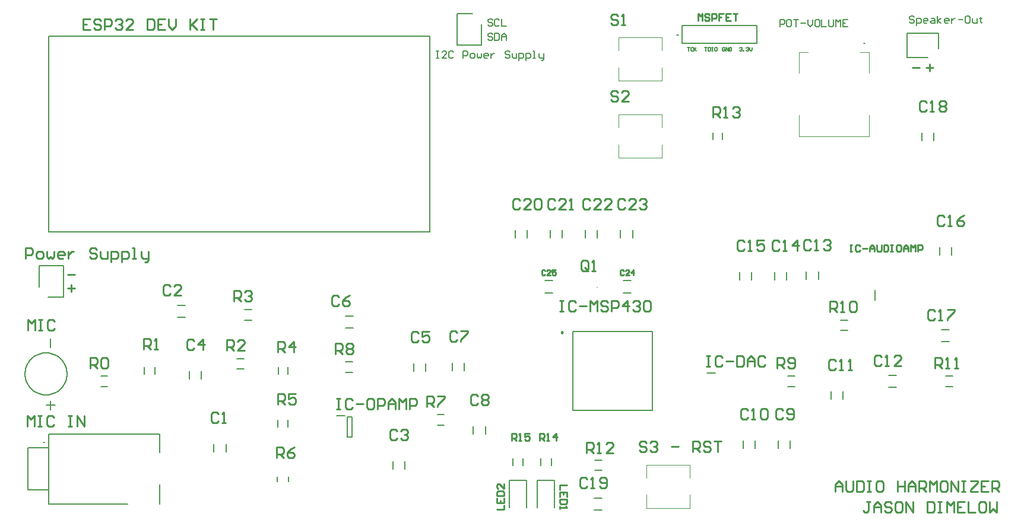
<source format=gto>
G04*
G04 #@! TF.GenerationSoftware,Altium Limited,Altium Designer,21.7.2 (23)*
G04*
G04 Layer_Color=65535*
%FSLAX25Y25*%
%MOIN*%
G70*
G04*
G04 #@! TF.SameCoordinates,5EADC6DB-F1F9-4870-979B-081E39BDB051*
G04*
G04*
G04 #@! TF.FilePolarity,Positive*
G04*
G01*
G75*
%ADD10C,0.00394*%
%ADD11C,0.00500*%
%ADD12C,0.00787*%
%ADD13C,0.00984*%
%ADD14C,0.01000*%
%ADD15C,0.00591*%
D10*
X324213Y131890D02*
X323819D01*
X324213D01*
X360421Y247642D02*
Y255118D01*
X336020Y247642D02*
X360421D01*
X336020D02*
Y255118D01*
X360421Y264567D02*
Y272043D01*
X336020D02*
X360421D01*
X336020Y264567D02*
Y272043D01*
X360421Y204335D02*
Y211811D01*
X336020Y204335D02*
X360421D01*
X336020D02*
Y211811D01*
X360421Y221260D02*
Y228736D01*
X336020D02*
X360421D01*
X336020Y221260D02*
Y228736D01*
X376169Y7484D02*
Y14961D01*
X351768Y7484D02*
X376169D01*
X351768D02*
Y14961D01*
X376169Y24409D02*
Y31886D01*
X351768D02*
X376169D01*
X351768Y24409D02*
Y31886D01*
X471850Y263779D02*
X476772D01*
X471850D02*
X476772D01*
X437402D02*
X442323D01*
X437402D02*
X442323D01*
X437402Y216535D02*
X476772D01*
X437402D02*
X476772D01*
Y251969D02*
Y263779D01*
Y251969D02*
Y263779D01*
X437402Y251969D02*
Y263779D01*
Y251969D02*
Y263779D01*
Y216535D02*
Y228346D01*
Y216535D02*
Y228346D01*
X476772Y216535D02*
Y228346D01*
Y216535D02*
Y228346D01*
D11*
X26378Y82874D02*
X26335Y83876D01*
X26208Y84870D01*
X25997Y85850D01*
X25703Y86809D01*
X25330Y87739D01*
X24878Y88634D01*
X24352Y89488D01*
X23756Y90294D01*
X23094Y91047D01*
X22370Y91740D01*
X21590Y92370D01*
X20760Y92931D01*
X19884Y93420D01*
X18971Y93833D01*
X18025Y94167D01*
X17055Y94420D01*
X16067Y94589D01*
X15068Y94674D01*
X14066D01*
X13067Y94589D01*
X12079Y94420D01*
X11108Y94167D01*
X10163Y93833D01*
X9250Y93420D01*
X8374Y92931D01*
X7544Y92370D01*
X6764Y91740D01*
X6040Y91047D01*
X5378Y90294D01*
X4781Y89488D01*
X4256Y88634D01*
X3804Y87739D01*
X3431Y86809D01*
X3137Y85850D01*
X2926Y84870D01*
X2798Y83876D01*
X2756Y82874D01*
X2798Y81872D01*
X2926Y80878D01*
X3137Y79898D01*
X3431Y78939D01*
X3804Y78009D01*
X4256Y77114D01*
X4781Y76260D01*
X5378Y75454D01*
X6040Y74701D01*
X6764Y74008D01*
X7544Y73378D01*
X8374Y72817D01*
X9250Y72328D01*
X10163Y71915D01*
X11108Y71581D01*
X12079Y71328D01*
X13067Y71159D01*
X14066Y71074D01*
X15068D01*
X16067Y71159D01*
X17055Y71328D01*
X18025Y71581D01*
X18971Y71915D01*
X19884Y72328D01*
X20760Y72817D01*
X21590Y73378D01*
X22370Y74008D01*
X23094Y74701D01*
X23756Y75454D01*
X24352Y76260D01*
X24878Y77114D01*
X25330Y78009D01*
X25703Y78939D01*
X25997Y79898D01*
X26208Y80878D01*
X26335Y81872D01*
X26378Y82874D01*
X230118Y162795D02*
Y272638D01*
X15945D02*
X230118D01*
X15945Y162795D02*
Y272638D01*
Y162795D02*
X230118D01*
X17067Y62874D02*
Y67874D01*
X14567Y65374D02*
X19567D01*
X17067Y97874D02*
Y102874D01*
X371654Y268622D02*
Y278622D01*
Y268622D02*
X413622D01*
Y278622D01*
X371654D02*
X413622D01*
X16142Y49213D02*
X78347D01*
Y38780D02*
Y49213D01*
X16142Y41339D02*
Y49213D01*
Y17717D02*
Y41339D01*
Y9843D02*
Y17717D01*
Y9843D02*
X60433D01*
X78347D02*
Y20866D01*
X4331Y41339D02*
X16142D01*
X4331Y17717D02*
Y41339D01*
Y17717D02*
X16142D01*
D12*
X369567Y273425D02*
X368780D01*
X369567D01*
X13780Y44291D02*
X12992D01*
X13780D01*
X473622Y268701D02*
X474409D01*
X473622D01*
X474409D01*
X498031Y260630D02*
X509842D01*
X498031D02*
Y274409D01*
X515748D01*
Y265748D02*
Y274409D01*
X284350Y7874D02*
Y23228D01*
X274705D02*
X284350D01*
X274705Y7874D02*
Y23228D01*
X300098Y7874D02*
Y23228D01*
X290453D02*
X300098D01*
X290453Y7874D02*
Y23228D01*
X259055Y267716D02*
Y279527D01*
X245276Y267716D02*
X259055D01*
X245276D02*
Y285433D01*
X253937D01*
X10630Y131890D02*
Y143701D01*
X24409D01*
Y125984D02*
Y143701D01*
X15748Y125984D02*
X24409D01*
X480118Y124409D02*
Y129921D01*
X338779Y135236D02*
X343110D01*
X338779Y128543D02*
X343110D01*
X294685Y128543D02*
X299016D01*
X294685Y135236D02*
X299016D01*
X337205Y159252D02*
Y163583D01*
X343898Y159252D02*
Y163583D01*
X317520Y159252D02*
Y163583D01*
X324213Y159252D02*
Y163583D01*
X297835Y159252D02*
Y163583D01*
X304527Y159252D02*
Y163583D01*
X278150Y159252D02*
Y163583D01*
X284842Y159252D02*
Y163583D01*
X310433Y106890D02*
X354921D01*
Y62402D02*
Y106890D01*
X310433Y62402D02*
X354921D01*
X310433D02*
Y106890D01*
X298228Y31496D02*
Y35433D01*
X292323Y31496D02*
Y35433D01*
X394488Y214567D02*
Y218504D01*
X388976Y214567D02*
Y218504D01*
X282480Y31496D02*
Y35433D01*
X276575Y31496D02*
Y35433D01*
X322835Y28740D02*
X326772D01*
X322835Y34252D02*
X326772D01*
X322244Y6496D02*
X326575D01*
X322244Y13189D02*
X326575D01*
X182874Y115551D02*
X187205D01*
X182874Y108858D02*
X187205D01*
X88386Y121457D02*
X92716D01*
X88386Y114764D02*
X92716D01*
X125984Y119095D02*
X129921D01*
X125984Y113189D02*
X129921D01*
X121850Y91536D02*
X125787D01*
X121850Y85630D02*
X125787D01*
X182874Y89567D02*
X186811D01*
X182874Y83662D02*
X186811D01*
X144980Y82677D02*
Y86614D01*
X150295Y82677D02*
Y86614D01*
X101772Y80118D02*
Y84449D01*
X95079Y80118D02*
Y84449D01*
X69882Y82677D02*
Y86614D01*
X75787Y82677D02*
Y86614D01*
X249410Y84842D02*
Y89173D01*
X242717Y84842D02*
Y89173D01*
X227756Y84449D02*
Y88780D01*
X221063Y84449D02*
Y88780D01*
X144882Y53150D02*
Y57087D01*
X150394Y53150D02*
Y57087D01*
X108858Y39173D02*
Y43504D01*
X115551Y39173D02*
Y43504D01*
X183858Y58858D02*
X186220D01*
Y47441D02*
Y58858D01*
X183858Y47441D02*
X186220D01*
X183858D02*
Y58858D01*
X177756Y59449D02*
X182480D01*
X45276Y75787D02*
X49213D01*
X45276Y81693D02*
X49213D01*
X234252Y54134D02*
X238189D01*
X234252Y60039D02*
X238189D01*
X144488Y22244D02*
Y25000D01*
X150787Y22244D02*
Y25000D01*
X261220Y49016D02*
Y53346D01*
X254528Y49016D02*
Y53346D01*
X215945Y29331D02*
Y33661D01*
X209252Y29331D02*
Y33661D01*
X517520Y107677D02*
X521850D01*
X517520Y100984D02*
X521850D01*
X487599Y82087D02*
X491929D01*
X487599Y75394D02*
X491929D01*
X385630Y83465D02*
X390354D01*
X519685Y81693D02*
X523622D01*
X519685Y75788D02*
X523622D01*
X431102Y81693D02*
X435039D01*
X431102Y75788D02*
X435039D01*
X462008Y68701D02*
Y73032D01*
X455315Y68701D02*
Y73032D01*
X506496Y213976D02*
Y218307D01*
X513189Y213976D02*
Y218307D01*
X432480Y41142D02*
Y45472D01*
X425787Y41142D02*
Y45472D01*
X412795Y41142D02*
Y45472D01*
X406102Y41142D02*
Y45472D01*
X460630Y113189D02*
X464567D01*
X460630Y107283D02*
X464567D01*
X516339Y149803D02*
Y154134D01*
X523031Y149803D02*
Y154134D01*
X404134Y135630D02*
Y139961D01*
X410827Y135630D02*
Y139961D01*
X423819Y135630D02*
Y139961D01*
X430512Y135630D02*
Y139961D01*
X441536Y136024D02*
Y140354D01*
X448229Y136024D02*
Y140354D01*
X265222Y273752D02*
X264566Y274408D01*
X263254D01*
X262598Y273752D01*
Y273096D01*
X263254Y272440D01*
X264566D01*
X265222Y271784D01*
Y271128D01*
X264566Y270472D01*
X263254D01*
X262598Y271128D01*
X266534Y274408D02*
Y270472D01*
X268502D01*
X269158Y271128D01*
Y273752D01*
X268502Y274408D01*
X266534D01*
X270470Y270472D02*
Y273096D01*
X271782Y274408D01*
X273094Y273096D01*
Y270472D01*
Y272440D01*
X270470D01*
X265222Y281626D02*
X264566Y282282D01*
X263254D01*
X262598Y281626D01*
Y280970D01*
X263254Y280314D01*
X264566D01*
X265222Y279658D01*
Y279002D01*
X264566Y278346D01*
X263254D01*
X262598Y279002D01*
X269158Y281626D02*
X268502Y282282D01*
X267190D01*
X266534Y281626D01*
Y279002D01*
X267190Y278346D01*
X268502D01*
X269158Y279002D01*
X270470Y282282D02*
Y278346D01*
X273094D01*
X501974Y283464D02*
X501318Y284120D01*
X500006D01*
X499350Y283464D01*
Y282808D01*
X500006Y282152D01*
X501318D01*
X501974Y281496D01*
Y280840D01*
X501318Y280184D01*
X500006D01*
X499350Y280840D01*
X503286Y278872D02*
Y282808D01*
X505254D01*
X505910Y282152D01*
Y280840D01*
X505254Y280184D01*
X503286D01*
X509190D02*
X507878D01*
X507222Y280840D01*
Y282152D01*
X507878Y282808D01*
X509190D01*
X509846Y282152D01*
Y281496D01*
X507222D01*
X511814Y282808D02*
X513126D01*
X513781Y282152D01*
Y280184D01*
X511814D01*
X511158Y280840D01*
X511814Y281496D01*
X513781D01*
X515093Y280184D02*
Y284120D01*
Y281496D02*
X517061Y282808D01*
X515093Y281496D02*
X517061Y280184D01*
X520997D02*
X519685D01*
X519029Y280840D01*
Y282152D01*
X519685Y282808D01*
X520997D01*
X521653Y282152D01*
Y281496D01*
X519029D01*
X522965Y282808D02*
Y280184D01*
Y281496D01*
X523621Y282152D01*
X524277Y282808D01*
X524933D01*
X526901Y282152D02*
X529524D01*
X532804Y284120D02*
X531492D01*
X530836Y283464D01*
Y280840D01*
X531492Y280184D01*
X532804D01*
X533460Y280840D01*
Y283464D01*
X532804Y284120D01*
X534772Y282808D02*
Y280840D01*
X535428Y280184D01*
X537396D01*
Y282808D01*
X539364Y283464D02*
Y282808D01*
X538708D01*
X540020D01*
X539364D01*
Y280840D01*
X540020Y280184D01*
X426600Y278200D02*
Y282136D01*
X428568D01*
X429224Y281480D01*
Y280168D01*
X428568Y279512D01*
X426600D01*
X432504Y282136D02*
X431192D01*
X430536Y281480D01*
Y278856D01*
X431192Y278200D01*
X432504D01*
X433160Y278856D01*
Y281480D01*
X432504Y282136D01*
X434472D02*
X437095D01*
X435783D01*
Y278200D01*
X438407Y280168D02*
X441031D01*
X442343Y282136D02*
Y279512D01*
X443655Y278200D01*
X444967Y279512D01*
Y282136D01*
X448247D02*
X446935D01*
X446279Y281480D01*
Y278856D01*
X446935Y278200D01*
X448247D01*
X448903Y278856D01*
Y281480D01*
X448247Y282136D01*
X450214D02*
Y278200D01*
X452838D01*
X454150Y282136D02*
Y278856D01*
X454806Y278200D01*
X456118D01*
X456774Y278856D01*
Y282136D01*
X458086Y278200D02*
Y282136D01*
X459398Y280824D01*
X460710Y282136D01*
Y278200D01*
X464645Y282136D02*
X462022D01*
Y278200D01*
X464645D01*
X462022Y280168D02*
X463334D01*
X233606Y264435D02*
X234917D01*
X234261D01*
Y260499D01*
X233606D01*
X234917D01*
X239509D02*
X236885D01*
X239509Y263123D01*
Y263779D01*
X238853Y264435D01*
X237541D01*
X236885Y263779D01*
X243445D02*
X242789Y264435D01*
X241477D01*
X240821Y263779D01*
Y261155D01*
X241477Y260499D01*
X242789D01*
X243445Y261155D01*
X248692Y260499D02*
Y264435D01*
X250660D01*
X251316Y263779D01*
Y262467D01*
X250660Y261811D01*
X248692D01*
X253284Y260499D02*
X254596D01*
X255252Y261155D01*
Y262467D01*
X254596Y263123D01*
X253284D01*
X252628Y262467D01*
Y261155D01*
X253284Y260499D01*
X256564Y263123D02*
Y261155D01*
X257220Y260499D01*
X257876Y261155D01*
X258532Y260499D01*
X259188Y261155D01*
Y263123D01*
X262468Y260499D02*
X261156D01*
X260500Y261155D01*
Y262467D01*
X261156Y263123D01*
X262468D01*
X263124Y262467D01*
Y261811D01*
X260500D01*
X264436Y263123D02*
Y260499D01*
Y261811D01*
X265091Y262467D01*
X265747Y263123D01*
X266403D01*
X274931Y263779D02*
X274275Y264435D01*
X272963D01*
X272307Y263779D01*
Y263123D01*
X272963Y262467D01*
X274275D01*
X274931Y261811D01*
Y261155D01*
X274275Y260499D01*
X272963D01*
X272307Y261155D01*
X276243Y263123D02*
Y261155D01*
X276899Y260499D01*
X278867D01*
Y263123D01*
X280178Y259187D02*
Y263123D01*
X282146D01*
X282802Y262467D01*
Y261155D01*
X282146Y260499D01*
X280178D01*
X284114Y259187D02*
Y263123D01*
X286082D01*
X286738Y262467D01*
Y261155D01*
X286082Y260499D01*
X284114D01*
X288050D02*
X289362D01*
X288706D01*
Y264435D01*
X288050D01*
X291330Y263123D02*
Y261155D01*
X291986Y260499D01*
X293953D01*
Y259843D01*
X293298Y259187D01*
X292642D01*
X293953Y260499D02*
Y263123D01*
D13*
X304724Y106299D02*
X303986Y106725D01*
Y105873D01*
X304724Y106299D01*
D14*
X465886Y155511D02*
X467198D01*
X466542D01*
Y151575D01*
X465886D01*
X467198D01*
X471789Y154855D02*
X471134Y155511D01*
X469822D01*
X469166Y154855D01*
Y152231D01*
X469822Y151575D01*
X471134D01*
X471789Y152231D01*
X473101Y153543D02*
X475725D01*
X477037Y151575D02*
Y154199D01*
X478349Y155511D01*
X479661Y154199D01*
Y151575D01*
Y153543D01*
X477037D01*
X480973Y155511D02*
Y152231D01*
X481629Y151575D01*
X482941D01*
X483597Y152231D01*
Y155511D01*
X484909D02*
Y151575D01*
X486876D01*
X487532Y152231D01*
Y154855D01*
X486876Y155511D01*
X484909D01*
X488844D02*
X490156D01*
X489500D01*
Y151575D01*
X488844D01*
X490156D01*
X494092Y155511D02*
X492780D01*
X492124Y154855D01*
Y152231D01*
X492780Y151575D01*
X494092D01*
X494748Y152231D01*
Y154855D01*
X494092Y155511D01*
X496060Y151575D02*
Y154199D01*
X497372Y155511D01*
X498684Y154199D01*
Y151575D01*
Y153543D01*
X496060D01*
X499996Y151575D02*
Y155511D01*
X501307Y154199D01*
X502619Y155511D01*
Y151575D01*
X503931D02*
Y155511D01*
X505899D01*
X506555Y154855D01*
Y153543D01*
X505899Y152887D01*
X503931D01*
X477440Y10935D02*
X475440D01*
X476440D01*
Y5937D01*
X475440Y4937D01*
X474441D01*
X473441Y5937D01*
X479439Y4937D02*
Y8936D01*
X481438Y10935D01*
X483438Y8936D01*
Y4937D01*
Y7936D01*
X479439D01*
X489436Y9935D02*
X488436Y10935D01*
X486437D01*
X485437Y9935D01*
Y8936D01*
X486437Y7936D01*
X488436D01*
X489436Y6936D01*
Y5937D01*
X488436Y4937D01*
X486437D01*
X485437Y5937D01*
X494434Y10935D02*
X492435D01*
X491435Y9935D01*
Y5937D01*
X492435Y4937D01*
X494434D01*
X495434Y5937D01*
Y9935D01*
X494434Y10935D01*
X497433Y4937D02*
Y10935D01*
X501432Y4937D01*
Y10935D01*
X509429D02*
Y4937D01*
X512428D01*
X513428Y5937D01*
Y9935D01*
X512428Y10935D01*
X509429D01*
X515427D02*
X517427D01*
X516427D01*
Y4937D01*
X515427D01*
X517427D01*
X520426D02*
Y10935D01*
X522425Y8936D01*
X524424Y10935D01*
Y4937D01*
X530422Y10935D02*
X526424D01*
Y4937D01*
X530422D01*
X526424Y7936D02*
X528423D01*
X532422Y10935D02*
Y4937D01*
X536421D01*
X541419Y10935D02*
X539420D01*
X538420Y9935D01*
Y5937D01*
X539420Y4937D01*
X541419D01*
X542419Y5937D01*
Y9935D01*
X541419Y10935D01*
X544418D02*
Y4937D01*
X546417Y6936D01*
X548417Y4937D01*
Y10935D01*
X457693Y16748D02*
Y20747D01*
X459692Y22746D01*
X461692Y20747D01*
Y16748D01*
Y19747D01*
X457693D01*
X463691Y22746D02*
Y17748D01*
X464691Y16748D01*
X466690D01*
X467690Y17748D01*
Y22746D01*
X469689D02*
Y16748D01*
X472688D01*
X473688Y17748D01*
Y21746D01*
X472688Y22746D01*
X469689D01*
X475687D02*
X477686D01*
X476687D01*
Y16748D01*
X475687D01*
X477686D01*
X483684Y22746D02*
X481685D01*
X480686Y21746D01*
Y17748D01*
X481685Y16748D01*
X483684D01*
X484684Y17748D01*
Y21746D01*
X483684Y22746D01*
X492682D02*
Y16748D01*
Y19747D01*
X496680D01*
Y22746D01*
Y16748D01*
X498680D02*
Y20747D01*
X500679Y22746D01*
X502678Y20747D01*
Y16748D01*
Y19747D01*
X498680D01*
X504678Y16748D02*
Y22746D01*
X507677D01*
X508676Y21746D01*
Y19747D01*
X507677Y18747D01*
X504678D01*
X506677D02*
X508676Y16748D01*
X510676D02*
Y22746D01*
X512675Y20747D01*
X514675Y22746D01*
Y16748D01*
X519673Y22746D02*
X517673D01*
X516674Y21746D01*
Y17748D01*
X517673Y16748D01*
X519673D01*
X520673Y17748D01*
Y21746D01*
X519673Y22746D01*
X522672Y16748D02*
Y22746D01*
X526671Y16748D01*
Y22746D01*
X528670D02*
X530669D01*
X529670D01*
Y16748D01*
X528670D01*
X530669D01*
X533668Y22746D02*
X537667D01*
Y21746D01*
X533668Y17748D01*
Y16748D01*
X537667D01*
X543665Y22746D02*
X539666D01*
Y16748D01*
X543665D01*
X539666Y19747D02*
X541666D01*
X545665Y16748D02*
Y22746D01*
X548664D01*
X549663Y21746D01*
Y19747D01*
X548664Y18747D01*
X545665D01*
X547664D02*
X549663Y16748D01*
X501000Y254937D02*
X504999D01*
X508874Y254968D02*
X512873D01*
X510873Y256967D02*
Y252969D01*
X26591Y130952D02*
X30589D01*
X28590Y132951D02*
Y128953D01*
X26591Y138795D02*
X30589D01*
X351599Y43998D02*
X350599Y44998D01*
X348600D01*
X347600Y43998D01*
Y42999D01*
X348600Y41999D01*
X350599D01*
X351599Y40999D01*
Y40000D01*
X350599Y39000D01*
X348600D01*
X347600Y40000D01*
X353598Y43998D02*
X354598Y44998D01*
X356597D01*
X357597Y43998D01*
Y42999D01*
X356597Y41999D01*
X355597D01*
X356597D01*
X357597Y40999D01*
Y40000D01*
X356597Y39000D01*
X354598D01*
X353598Y40000D01*
X365594Y41999D02*
X369593D01*
X377590Y39000D02*
Y44998D01*
X380589D01*
X381589Y43998D01*
Y41999D01*
X380589Y40999D01*
X377590D01*
X379590D02*
X381589Y39000D01*
X387587Y43998D02*
X386587Y44998D01*
X384588D01*
X383588Y43998D01*
Y42999D01*
X384588Y41999D01*
X386587D01*
X387587Y40999D01*
Y40000D01*
X386587Y39000D01*
X384588D01*
X383588Y40000D01*
X389586Y44998D02*
X393585D01*
X391586D01*
Y39000D01*
X335799Y240898D02*
X334799Y241898D01*
X332800D01*
X331800Y240898D01*
Y239899D01*
X332800Y238899D01*
X334799D01*
X335799Y237899D01*
Y236900D01*
X334799Y235900D01*
X332800D01*
X331800Y236900D01*
X341797Y235900D02*
X337798D01*
X341797Y239899D01*
Y240898D01*
X340797Y241898D01*
X338798D01*
X337798Y240898D01*
X335799Y284198D02*
X334799Y285198D01*
X332800D01*
X331800Y284198D01*
Y283199D01*
X332800Y282199D01*
X334799D01*
X335799Y281199D01*
Y280200D01*
X334799Y279200D01*
X332800D01*
X331800Y280200D01*
X337798Y279200D02*
X339797D01*
X338798D01*
Y285198D01*
X337798Y284198D01*
X276100Y45400D02*
Y49336D01*
X278068D01*
X278724Y48680D01*
Y47368D01*
X278068Y46712D01*
X276100D01*
X277412D02*
X278724Y45400D01*
X280036D02*
X281348D01*
X280692D01*
Y49336D01*
X280036Y48680D01*
X285939Y49336D02*
X283315D01*
Y47368D01*
X284627Y48024D01*
X285283D01*
X285939Y47368D01*
Y46056D01*
X285283Y45400D01*
X283972D01*
X283315Y46056D01*
X291800Y45400D02*
Y49336D01*
X293768D01*
X294424Y48680D01*
Y47368D01*
X293768Y46712D01*
X291800D01*
X293112D02*
X294424Y45400D01*
X295736D02*
X297048D01*
X296392D01*
Y49336D01*
X295736Y48680D01*
X300983Y45400D02*
Y49336D01*
X299015Y47368D01*
X301639D01*
X388900Y227100D02*
Y233098D01*
X391899D01*
X392899Y232098D01*
Y230099D01*
X391899Y229099D01*
X388900D01*
X390899D02*
X392899Y227100D01*
X394898D02*
X396897D01*
X395898D01*
Y233098D01*
X394898Y232098D01*
X399896D02*
X400896Y233098D01*
X402895D01*
X403895Y232098D01*
Y231099D01*
X402895Y230099D01*
X401896D01*
X402895D01*
X403895Y229099D01*
Y228100D01*
X402895Y227100D01*
X400896D01*
X399896Y228100D01*
X318200Y38300D02*
Y44298D01*
X321199D01*
X322199Y43298D01*
Y41299D01*
X321199Y40299D01*
X318200D01*
X320199D02*
X322199Y38300D01*
X324198D02*
X326197D01*
X325198D01*
Y44298D01*
X324198Y43298D01*
X333195Y38300D02*
X329196D01*
X333195Y42299D01*
Y43298D01*
X332195Y44298D01*
X330196D01*
X329196Y43298D01*
X513700Y86200D02*
Y92198D01*
X516699D01*
X517699Y91198D01*
Y89199D01*
X516699Y88199D01*
X513700D01*
X515699D02*
X517699Y86200D01*
X519698D02*
X521697D01*
X520698D01*
Y92198D01*
X519698Y91198D01*
X524696Y86200D02*
X526696D01*
X525696D01*
Y92198D01*
X524696Y91198D01*
X454600Y117700D02*
Y123698D01*
X457599D01*
X458599Y122698D01*
Y120699D01*
X457599Y119699D01*
X454600D01*
X456599D02*
X458599Y117700D01*
X460598D02*
X462597D01*
X461598D01*
Y123698D01*
X460598Y122698D01*
X465596D02*
X466596Y123698D01*
X468596D01*
X469595Y122698D01*
Y118700D01*
X468596Y117700D01*
X466596D01*
X465596Y118700D01*
Y122698D01*
X425100Y86200D02*
Y92198D01*
X428099D01*
X429099Y91198D01*
Y89199D01*
X428099Y88199D01*
X425100D01*
X427099D02*
X429099Y86200D01*
X431098Y87200D02*
X432098Y86200D01*
X434097D01*
X435097Y87200D01*
Y91198D01*
X434097Y92198D01*
X432098D01*
X431098Y91198D01*
Y90199D01*
X432098Y89199D01*
X435097D01*
X176900Y94000D02*
Y99998D01*
X179899D01*
X180899Y98998D01*
Y96999D01*
X179899Y95999D01*
X176900D01*
X178899D02*
X180899Y94000D01*
X182898Y98998D02*
X183898Y99998D01*
X185897D01*
X186897Y98998D01*
Y97999D01*
X185897Y96999D01*
X186897Y95999D01*
Y95000D01*
X185897Y94000D01*
X183898D01*
X182898Y95000D01*
Y95999D01*
X183898Y96999D01*
X182898Y97999D01*
Y98998D01*
X183898Y96999D02*
X185897D01*
X228300Y64500D02*
Y70498D01*
X231299D01*
X232299Y69498D01*
Y67499D01*
X231299Y66499D01*
X228300D01*
X230299D02*
X232299Y64500D01*
X234298Y70498D02*
X238297D01*
Y69498D01*
X234298Y65500D01*
Y64500D01*
X144000Y35800D02*
Y41798D01*
X146999D01*
X147999Y40798D01*
Y38799D01*
X146999Y37799D01*
X144000D01*
X145999D02*
X147999Y35800D01*
X153997Y41798D02*
X151997Y40798D01*
X149998Y38799D01*
Y36800D01*
X150998Y35800D01*
X152997D01*
X153997Y36800D01*
Y37799D01*
X152997Y38799D01*
X149998D01*
X144800Y65700D02*
Y71698D01*
X147799D01*
X148799Y70698D01*
Y68699D01*
X147799Y67699D01*
X144800D01*
X146799D02*
X148799Y65700D01*
X154797Y71698D02*
X150798D01*
Y68699D01*
X152797Y69699D01*
X153797D01*
X154797Y68699D01*
Y66700D01*
X153797Y65700D01*
X151798D01*
X150798Y66700D01*
X144800Y95200D02*
Y101198D01*
X147799D01*
X148799Y100198D01*
Y98199D01*
X147799Y97199D01*
X144800D01*
X146799D02*
X148799Y95200D01*
X153797D02*
Y101198D01*
X150798Y98199D01*
X154797D01*
X120000Y123600D02*
Y129598D01*
X122999D01*
X123999Y128598D01*
Y126599D01*
X122999Y125599D01*
X120000D01*
X121999D02*
X123999Y123600D01*
X125998Y128598D02*
X126998Y129598D01*
X128997D01*
X129997Y128598D01*
Y127599D01*
X128997Y126599D01*
X127997D01*
X128997D01*
X129997Y125599D01*
Y124600D01*
X128997Y123600D01*
X126998D01*
X125998Y124600D01*
X115900Y96000D02*
Y101998D01*
X118899D01*
X119899Y100998D01*
Y98999D01*
X118899Y97999D01*
X115900D01*
X117899D02*
X119899Y96000D01*
X125897D02*
X121898D01*
X125897Y99999D01*
Y100998D01*
X124897Y101998D01*
X122898D01*
X121898Y100998D01*
X69400Y96600D02*
Y102598D01*
X72399D01*
X73399Y101598D01*
Y99599D01*
X72399Y98599D01*
X69400D01*
X71399D02*
X73399Y96600D01*
X75398D02*
X77397D01*
X76398D01*
Y102598D01*
X75398Y101598D01*
X39300Y86200D02*
Y92198D01*
X42299D01*
X43299Y91198D01*
Y89199D01*
X42299Y88199D01*
X39300D01*
X41299D02*
X43299Y86200D01*
X45298Y91198D02*
X46298Y92198D01*
X48297D01*
X49297Y91198D01*
Y87200D01*
X48297Y86200D01*
X46298D01*
X45298Y87200D01*
Y91198D01*
X318898Y141701D02*
Y145700D01*
X317898Y146700D01*
X315899D01*
X314899Y145700D01*
Y141701D01*
X315899Y140702D01*
X317898D01*
X316898Y142701D02*
X318898Y140702D01*
X317898D02*
X318898Y141701D01*
X320897Y140702D02*
X322896D01*
X321897D01*
Y146700D01*
X320897Y145700D01*
X2913Y147607D02*
Y153605D01*
X5912D01*
X6911Y152605D01*
Y150606D01*
X5912Y149606D01*
X2913D01*
X9911Y147607D02*
X11910D01*
X12910Y148607D01*
Y150606D01*
X11910Y151606D01*
X9911D01*
X8911Y150606D01*
Y148607D01*
X9911Y147607D01*
X14909Y151606D02*
Y148607D01*
X15909Y147607D01*
X16908Y148607D01*
X17908Y147607D01*
X18908Y148607D01*
Y151606D01*
X23906Y147607D02*
X21907D01*
X20907Y148607D01*
Y150606D01*
X21907Y151606D01*
X23906D01*
X24906Y150606D01*
Y149606D01*
X20907D01*
X26905Y151606D02*
Y147607D01*
Y149606D01*
X27905Y150606D01*
X28904Y151606D01*
X29904D01*
X42900Y152605D02*
X41900Y153605D01*
X39901D01*
X38901Y152605D01*
Y151606D01*
X39901Y150606D01*
X41900D01*
X42900Y149606D01*
Y148607D01*
X41900Y147607D01*
X39901D01*
X38901Y148607D01*
X44899Y151606D02*
Y148607D01*
X45899Y147607D01*
X48898D01*
Y151606D01*
X50897Y145608D02*
Y151606D01*
X53896D01*
X54896Y150606D01*
Y148607D01*
X53896Y147607D01*
X50897D01*
X56895Y145608D02*
Y151606D01*
X59894D01*
X60894Y150606D01*
Y148607D01*
X59894Y147607D01*
X56895D01*
X62893D02*
X64893D01*
X63893D01*
Y153605D01*
X62893D01*
X67892Y151606D02*
Y148607D01*
X68891Y147607D01*
X71890D01*
Y146607D01*
X70891Y145608D01*
X69891D01*
X71890Y147607D02*
Y151606D01*
X4313Y107237D02*
Y113235D01*
X6313Y111236D01*
X8312Y113235D01*
Y107237D01*
X10311Y113235D02*
X12311D01*
X11311D01*
Y107237D01*
X10311D01*
X12311D01*
X19309Y112236D02*
X18309Y113235D01*
X16310D01*
X15310Y112236D01*
Y108237D01*
X16310Y107237D01*
X18309D01*
X19309Y108237D01*
X4200Y53300D02*
Y59298D01*
X6199Y57299D01*
X8199Y59298D01*
Y53300D01*
X10198Y59298D02*
X12197D01*
X11198D01*
Y53300D01*
X10198D01*
X12197D01*
X19195Y58298D02*
X18195Y59298D01*
X16196D01*
X15196Y58298D01*
Y54300D01*
X16196Y53300D01*
X18195D01*
X19195Y54300D01*
X27193Y59298D02*
X29192D01*
X28192D01*
Y53300D01*
X27193D01*
X29192D01*
X32191D02*
Y59298D01*
X36190Y53300D01*
Y59298D01*
X267717Y6564D02*
X271653D01*
Y9188D01*
X267717Y13124D02*
Y10500D01*
X271653D01*
Y13124D01*
X269685Y10500D02*
Y11812D01*
X267717Y14435D02*
X271653D01*
Y16403D01*
X270997Y17059D01*
X268373D01*
X267717Y16403D01*
Y14435D01*
X271653Y20995D02*
Y18371D01*
X269029Y20995D01*
X268373D01*
X267717Y20339D01*
Y19027D01*
X268373Y18371D01*
X307086Y20339D02*
X303150D01*
Y17715D01*
X307086Y13780D02*
Y16403D01*
X303150D01*
Y13780D01*
X305118Y16403D02*
Y15091D01*
X307086Y12468D02*
X303150D01*
Y10500D01*
X303806Y9844D01*
X306430D01*
X307086Y10500D01*
Y12468D01*
X303150Y8532D02*
Y7220D01*
Y7876D01*
X307086D01*
X306430Y8532D01*
X380581Y281497D02*
Y285432D01*
X381893Y284120D01*
X383205Y285432D01*
Y281497D01*
X387141Y284776D02*
X386485Y285432D01*
X385173D01*
X384517Y284776D01*
Y284120D01*
X385173Y283465D01*
X386485D01*
X387141Y282809D01*
Y282153D01*
X386485Y281497D01*
X385173D01*
X384517Y282153D01*
X388453Y281497D02*
Y285432D01*
X390420D01*
X391076Y284776D01*
Y283465D01*
X390420Y282809D01*
X388453D01*
X395012Y285432D02*
X392388D01*
Y283465D01*
X393700D01*
X392388D01*
Y281497D01*
X398948Y285432D02*
X396324D01*
Y281497D01*
X398948D01*
X396324Y283465D02*
X397636D01*
X400260Y285432D02*
X402883D01*
X401572D01*
Y281497D01*
X177700Y69198D02*
X179699D01*
X178700D01*
Y63200D01*
X177700D01*
X179699D01*
X186697Y68198D02*
X185697Y69198D01*
X183698D01*
X182698Y68198D01*
Y64200D01*
X183698Y63200D01*
X185697D01*
X186697Y64200D01*
X188696Y66199D02*
X192695D01*
X197694Y69198D02*
X195694D01*
X194694Y68198D01*
Y64200D01*
X195694Y63200D01*
X197694D01*
X198693Y64200D01*
Y68198D01*
X197694Y69198D01*
X200693Y63200D02*
Y69198D01*
X203692D01*
X204691Y68198D01*
Y66199D01*
X203692Y65199D01*
X200693D01*
X206691Y63200D02*
Y67199D01*
X208690Y69198D01*
X210689Y67199D01*
Y63200D01*
Y66199D01*
X206691D01*
X212689Y63200D02*
Y69198D01*
X214688Y67199D01*
X216687Y69198D01*
Y63200D01*
X218687D02*
Y69198D01*
X221686D01*
X222685Y68198D01*
Y66199D01*
X221686Y65199D01*
X218687D01*
X303200Y124198D02*
X305199D01*
X304200D01*
Y118200D01*
X303200D01*
X305199D01*
X312197Y123198D02*
X311197Y124198D01*
X309198D01*
X308198Y123198D01*
Y119200D01*
X309198Y118200D01*
X311197D01*
X312197Y119200D01*
X314196Y121199D02*
X318195D01*
X320195Y118200D02*
Y124198D01*
X322194Y122199D01*
X324193Y124198D01*
Y118200D01*
X330191Y123198D02*
X329192Y124198D01*
X327192D01*
X326193Y123198D01*
Y122199D01*
X327192Y121199D01*
X329192D01*
X330191Y120199D01*
Y119200D01*
X329192Y118200D01*
X327192D01*
X326193Y119200D01*
X332191Y118200D02*
Y124198D01*
X335190D01*
X336189Y123198D01*
Y121199D01*
X335190Y120199D01*
X332191D01*
X341188Y118200D02*
Y124198D01*
X338189Y121199D01*
X342187D01*
X344187Y123198D02*
X345186Y124198D01*
X347186D01*
X348185Y123198D01*
Y122199D01*
X347186Y121199D01*
X346186D01*
X347186D01*
X348185Y120199D01*
Y119200D01*
X347186Y118200D01*
X345186D01*
X344187Y119200D01*
X350185Y123198D02*
X351185Y124198D01*
X353184D01*
X354184Y123198D01*
Y119200D01*
X353184Y118200D01*
X351185D01*
X350185Y119200D01*
Y123198D01*
X385500Y93098D02*
X387499D01*
X386500D01*
Y87100D01*
X385500D01*
X387499D01*
X394497Y92098D02*
X393497Y93098D01*
X391498D01*
X390498Y92098D01*
Y88100D01*
X391498Y87100D01*
X393497D01*
X394497Y88100D01*
X396496Y90099D02*
X400495D01*
X402494Y93098D02*
Y87100D01*
X405493D01*
X406493Y88100D01*
Y92098D01*
X405493Y93098D01*
X402494D01*
X408493Y87100D02*
Y91099D01*
X410492Y93098D01*
X412491Y91099D01*
Y87100D01*
Y90099D01*
X408493D01*
X418489Y92098D02*
X417490Y93098D01*
X415490D01*
X414491Y92098D01*
Y88100D01*
X415490Y87100D01*
X417490D01*
X418489Y88100D01*
X39345Y282527D02*
X35347D01*
Y276529D01*
X39345D01*
X35347Y279528D02*
X37346D01*
X45344Y281527D02*
X44344Y282527D01*
X42344D01*
X41345Y281527D01*
Y280527D01*
X42344Y279528D01*
X44344D01*
X45344Y278528D01*
Y277528D01*
X44344Y276529D01*
X42344D01*
X41345Y277528D01*
X47343Y276529D02*
Y282527D01*
X50342D01*
X51342Y281527D01*
Y279528D01*
X50342Y278528D01*
X47343D01*
X53341Y281527D02*
X54341Y282527D01*
X56340D01*
X57340Y281527D01*
Y280527D01*
X56340Y279528D01*
X55340D01*
X56340D01*
X57340Y278528D01*
Y277528D01*
X56340Y276529D01*
X54341D01*
X53341Y277528D01*
X63338Y276529D02*
X59339D01*
X63338Y280527D01*
Y281527D01*
X62338Y282527D01*
X60339D01*
X59339Y281527D01*
X71335Y282527D02*
Y276529D01*
X74334D01*
X75334Y277528D01*
Y281527D01*
X74334Y282527D01*
X71335D01*
X81332D02*
X77333D01*
Y276529D01*
X81332D01*
X77333Y279528D02*
X79333D01*
X83331Y282527D02*
Y278528D01*
X85331Y276529D01*
X87330Y278528D01*
Y282527D01*
X95327D02*
Y276529D01*
Y278528D01*
X99326Y282527D01*
X96327Y279528D01*
X99326Y276529D01*
X101325Y282527D02*
X103325D01*
X102325D01*
Y276529D01*
X101325D01*
X103325D01*
X106324Y282527D02*
X110322D01*
X108323D01*
Y276529D01*
X294882Y140748D02*
X294391Y141240D01*
X293407D01*
X292915Y140748D01*
Y138780D01*
X293407Y138288D01*
X294391D01*
X294882Y138780D01*
X297834Y138288D02*
X295866D01*
X297834Y140256D01*
Y140748D01*
X297342Y141240D01*
X296358D01*
X295866Y140748D01*
X300786Y141240D02*
X298818D01*
Y139764D01*
X299802Y140256D01*
X300294D01*
X300786Y139764D01*
Y138780D01*
X300294Y138288D01*
X299310D01*
X298818Y138780D01*
X338977Y140748D02*
X338485Y141240D01*
X337501D01*
X337009Y140748D01*
Y138780D01*
X337501Y138288D01*
X338485D01*
X338977Y138780D01*
X341929Y138288D02*
X339961D01*
X341929Y140256D01*
Y140748D01*
X341437Y141240D01*
X340453D01*
X339961Y140748D01*
X344389Y138288D02*
Y141240D01*
X342913Y139764D01*
X344881D01*
X339699Y180498D02*
X338699Y181498D01*
X336700D01*
X335700Y180498D01*
Y176500D01*
X336700Y175500D01*
X338699D01*
X339699Y176500D01*
X345697Y175500D02*
X341698D01*
X345697Y179499D01*
Y180498D01*
X344697Y181498D01*
X342698D01*
X341698Y180498D01*
X347696D02*
X348696Y181498D01*
X350695D01*
X351695Y180498D01*
Y179499D01*
X350695Y178499D01*
X349695D01*
X350695D01*
X351695Y177499D01*
Y176500D01*
X350695Y175500D01*
X348696D01*
X347696Y176500D01*
X320099Y180498D02*
X319099Y181498D01*
X317100D01*
X316100Y180498D01*
Y176500D01*
X317100Y175500D01*
X319099D01*
X320099Y176500D01*
X326097Y175500D02*
X322098D01*
X326097Y179499D01*
Y180498D01*
X325097Y181498D01*
X323098D01*
X322098Y180498D01*
X332095Y175500D02*
X328096D01*
X332095Y179499D01*
Y180498D01*
X331095Y181498D01*
X329096D01*
X328096Y180498D01*
X300399D02*
X299399Y181498D01*
X297400D01*
X296400Y180498D01*
Y176500D01*
X297400Y175500D01*
X299399D01*
X300399Y176500D01*
X306397Y175500D02*
X302398D01*
X306397Y179499D01*
Y180498D01*
X305397Y181498D01*
X303398D01*
X302398Y180498D01*
X308396Y175500D02*
X310396D01*
X309396D01*
Y181498D01*
X308396Y180498D01*
X280699D02*
X279699Y181498D01*
X277700D01*
X276700Y180498D01*
Y176500D01*
X277700Y175500D01*
X279699D01*
X280699Y176500D01*
X286697Y175500D02*
X282698D01*
X286697Y179499D01*
Y180498D01*
X285697Y181498D01*
X283698D01*
X282698Y180498D01*
X288696D02*
X289696Y181498D01*
X291695D01*
X292695Y180498D01*
Y176500D01*
X291695Y175500D01*
X289696D01*
X288696Y176500D01*
Y180498D01*
X318299Y23598D02*
X317299Y24598D01*
X315300D01*
X314300Y23598D01*
Y19600D01*
X315300Y18600D01*
X317299D01*
X318299Y19600D01*
X320298Y18600D02*
X322297D01*
X321298D01*
Y24598D01*
X320298Y23598D01*
X325296Y19600D02*
X326296Y18600D01*
X328295D01*
X329295Y19600D01*
Y23598D01*
X328295Y24598D01*
X326296D01*
X325296Y23598D01*
Y22599D01*
X326296Y21599D01*
X329295D01*
X508999Y235298D02*
X507999Y236298D01*
X506000D01*
X505000Y235298D01*
Y231300D01*
X506000Y230300D01*
X507999D01*
X508999Y231300D01*
X510998Y230300D02*
X512997D01*
X511998D01*
Y236298D01*
X510998Y235298D01*
X515996D02*
X516996Y236298D01*
X518996D01*
X519995Y235298D01*
Y234299D01*
X518996Y233299D01*
X519995Y232299D01*
Y231300D01*
X518996Y230300D01*
X516996D01*
X515996Y231300D01*
Y232299D01*
X516996Y233299D01*
X515996Y234299D01*
Y235298D01*
X516996Y233299D02*
X518996D01*
X513599Y118098D02*
X512599Y119098D01*
X510600D01*
X509600Y118098D01*
Y114100D01*
X510600Y113100D01*
X512599D01*
X513599Y114100D01*
X515598Y113100D02*
X517597D01*
X516598D01*
Y119098D01*
X515598Y118098D01*
X520596Y119098D02*
X524595D01*
Y118098D01*
X520596Y114100D01*
Y113100D01*
X518899Y171098D02*
X517899Y172098D01*
X515900D01*
X514900Y171098D01*
Y167100D01*
X515900Y166100D01*
X517899D01*
X518899Y167100D01*
X520898Y166100D02*
X522897D01*
X521898D01*
Y172098D01*
X520898Y171098D01*
X529895Y172098D02*
X527896Y171098D01*
X525896Y169099D01*
Y167100D01*
X526896Y166100D01*
X528896D01*
X529895Y167100D01*
Y168099D01*
X528896Y169099D01*
X525896D01*
X406699Y156898D02*
X405699Y157898D01*
X403700D01*
X402700Y156898D01*
Y152900D01*
X403700Y151900D01*
X405699D01*
X406699Y152900D01*
X408698Y151900D02*
X410697D01*
X409698D01*
Y157898D01*
X408698Y156898D01*
X417695Y157898D02*
X413696D01*
Y154899D01*
X415696Y155899D01*
X416695D01*
X417695Y154899D01*
Y152900D01*
X416695Y151900D01*
X414696D01*
X413696Y152900D01*
X426399Y156898D02*
X425399Y157898D01*
X423400D01*
X422400Y156898D01*
Y152900D01*
X423400Y151900D01*
X425399D01*
X426399Y152900D01*
X428398Y151900D02*
X430397D01*
X429398D01*
Y157898D01*
X428398Y156898D01*
X436396Y151900D02*
Y157898D01*
X433396Y154899D01*
X437395D01*
X444099Y157298D02*
X443099Y158298D01*
X441100D01*
X440100Y157298D01*
Y153300D01*
X441100Y152300D01*
X443099D01*
X444099Y153300D01*
X446098Y152300D02*
X448097D01*
X447098D01*
Y158298D01*
X446098Y157298D01*
X451096D02*
X452096Y158298D01*
X454096D01*
X455095Y157298D01*
Y156299D01*
X454096Y155299D01*
X453096D01*
X454096D01*
X455095Y154299D01*
Y153300D01*
X454096Y152300D01*
X452096D01*
X451096Y153300D01*
X483599Y92498D02*
X482599Y93498D01*
X480600D01*
X479600Y92498D01*
Y88500D01*
X480600Y87500D01*
X482599D01*
X483599Y88500D01*
X485598Y87500D02*
X487597D01*
X486598D01*
Y93498D01*
X485598Y92498D01*
X494595Y87500D02*
X490596D01*
X494595Y91499D01*
Y92498D01*
X493596Y93498D01*
X491596D01*
X490596Y92498D01*
X457899Y89998D02*
X456899Y90998D01*
X454900D01*
X453900Y89998D01*
Y86000D01*
X454900Y85000D01*
X456899D01*
X457899Y86000D01*
X459898Y85000D02*
X461897D01*
X460898D01*
Y90998D01*
X459898Y89998D01*
X464896Y85000D02*
X466896D01*
X465896D01*
Y90998D01*
X464896Y89998D01*
X408599Y62398D02*
X407599Y63398D01*
X405600D01*
X404600Y62398D01*
Y58400D01*
X405600Y57400D01*
X407599D01*
X408599Y58400D01*
X410598Y57400D02*
X412597D01*
X411598D01*
Y63398D01*
X410598Y62398D01*
X415596D02*
X416596Y63398D01*
X418596D01*
X419595Y62398D01*
Y58400D01*
X418596Y57400D01*
X416596D01*
X415596Y58400D01*
Y62398D01*
X428299D02*
X427299Y63398D01*
X425300D01*
X424300Y62398D01*
Y58400D01*
X425300Y57400D01*
X427299D01*
X428299Y58400D01*
X430298D02*
X431298Y57400D01*
X433297D01*
X434297Y58400D01*
Y62398D01*
X433297Y63398D01*
X431298D01*
X430298Y62398D01*
Y61399D01*
X431298Y60399D01*
X434297D01*
X257099Y70298D02*
X256099Y71298D01*
X254100D01*
X253100Y70298D01*
Y66300D01*
X254100Y65300D01*
X256099D01*
X257099Y66300D01*
X259098Y70298D02*
X260098Y71298D01*
X262097D01*
X263097Y70298D01*
Y69299D01*
X262097Y68299D01*
X263097Y67299D01*
Y66300D01*
X262097Y65300D01*
X260098D01*
X259098Y66300D01*
Y67299D01*
X260098Y68299D01*
X259098Y69299D01*
Y70298D01*
X260098Y68299D02*
X262097D01*
X245299Y106098D02*
X244299Y107098D01*
X242300D01*
X241300Y106098D01*
Y102100D01*
X242300Y101100D01*
X244299D01*
X245299Y102100D01*
X247298Y107098D02*
X251297D01*
Y106098D01*
X247298Y102100D01*
Y101100D01*
X178899Y125998D02*
X177899Y126998D01*
X175900D01*
X174900Y125998D01*
Y122000D01*
X175900Y121000D01*
X177899D01*
X178899Y122000D01*
X184897Y126998D02*
X182897Y125998D01*
X180898Y123999D01*
Y122000D01*
X181898Y121000D01*
X183897D01*
X184897Y122000D01*
Y122999D01*
X183897Y123999D01*
X180898D01*
X223599Y105698D02*
X222599Y106698D01*
X220600D01*
X219600Y105698D01*
Y101700D01*
X220600Y100700D01*
X222599D01*
X223599Y101700D01*
X229597Y106698D02*
X225598D01*
Y103699D01*
X227597Y104699D01*
X228597D01*
X229597Y103699D01*
Y101700D01*
X228597Y100700D01*
X226598D01*
X225598Y101700D01*
X97599Y101398D02*
X96599Y102398D01*
X94600D01*
X93600Y101398D01*
Y97400D01*
X94600Y96400D01*
X96599D01*
X97599Y97400D01*
X102597Y96400D02*
Y102398D01*
X99598Y99399D01*
X103597D01*
X211799Y50598D02*
X210799Y51598D01*
X208800D01*
X207800Y50598D01*
Y46600D01*
X208800Y45600D01*
X210799D01*
X211799Y46600D01*
X213798Y50598D02*
X214798Y51598D01*
X216797D01*
X217797Y50598D01*
Y49599D01*
X216797Y48599D01*
X215797D01*
X216797D01*
X217797Y47599D01*
Y46600D01*
X216797Y45600D01*
X214798D01*
X213798Y46600D01*
X84399Y131898D02*
X83399Y132898D01*
X81400D01*
X80400Y131898D01*
Y127900D01*
X81400Y126900D01*
X83399D01*
X84399Y127900D01*
X90397Y126900D02*
X86398D01*
X90397Y130899D01*
Y131898D01*
X89397Y132898D01*
X87398D01*
X86398Y131898D01*
X111399Y60498D02*
X110399Y61498D01*
X108400D01*
X107400Y60498D01*
Y56500D01*
X108400Y55500D01*
X110399D01*
X111399Y56500D01*
X113398Y55500D02*
X115397D01*
X114398D01*
Y61498D01*
X113398Y60498D01*
D15*
X374606Y266338D02*
X375918D01*
X375262D01*
Y264370D01*
X377886Y266010D02*
X377558Y266338D01*
X376902D01*
X376574Y266010D01*
Y264698D01*
X376902Y264370D01*
X377558D01*
X377886Y264698D01*
X378542Y266338D02*
Y264370D01*
Y265026D01*
X379854Y266338D01*
X378870Y265354D01*
X379854Y264370D01*
X384449Y266338D02*
X385761D01*
X385105D01*
Y264370D01*
X386417Y266338D02*
Y264370D01*
X387401D01*
X387729Y264698D01*
Y266010D01*
X387401Y266338D01*
X386417D01*
X388385D02*
X389040D01*
X388713D01*
Y264370D01*
X388385D01*
X389040D01*
X391008Y266338D02*
X390352D01*
X390024Y266010D01*
Y264698D01*
X390352Y264370D01*
X391008D01*
X391336Y264698D01*
Y266010D01*
X391008Y266338D01*
X395603Y266010D02*
X395275Y266338D01*
X394619D01*
X394291Y266010D01*
Y264698D01*
X394619Y264370D01*
X395275D01*
X395603Y264698D01*
Y265354D01*
X394947D01*
X396259Y264370D02*
Y266338D01*
X397571Y264370D01*
Y266338D01*
X398227D02*
Y264370D01*
X399211D01*
X399539Y264698D01*
Y266010D01*
X399211Y266338D01*
X398227D01*
X404134Y266010D02*
X404462Y266338D01*
X405118D01*
X405446Y266010D01*
Y265682D01*
X405118Y265354D01*
X404790D01*
X405118D01*
X405446Y265026D01*
Y264698D01*
X405118Y264370D01*
X404462D01*
X404134Y264698D01*
X406102Y264370D02*
Y264698D01*
X406430D01*
Y264370D01*
X406102D01*
X407742Y266010D02*
X408070Y266338D01*
X408726D01*
X409054Y266010D01*
Y265682D01*
X408726Y265354D01*
X408398D01*
X408726D01*
X409054Y265026D01*
Y264698D01*
X408726Y264370D01*
X408070D01*
X407742Y264698D01*
X409710Y266338D02*
Y265026D01*
X410365Y264370D01*
X411021Y265026D01*
Y266338D01*
M02*

</source>
